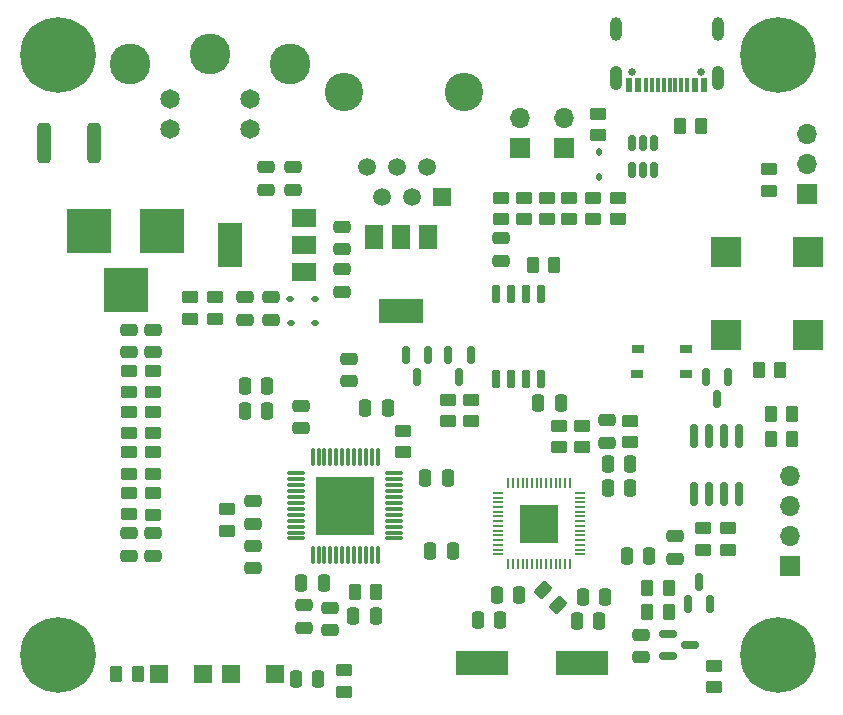
<source format=gbr>
%TF.GenerationSoftware,KiCad,Pcbnew,7.0.7-7.0.7~ubuntu23.04.1*%
%TF.CreationDate,2023-08-19T22:51:39+00:00*%
%TF.ProjectId,AMFOC01,414d464f-4330-4312-9e6b-696361645f70,rev?*%
%TF.SameCoordinates,Original*%
%TF.FileFunction,Soldermask,Top*%
%TF.FilePolarity,Negative*%
%FSLAX46Y46*%
G04 Gerber Fmt 4.6, Leading zero omitted, Abs format (unit mm)*
G04 Created by KiCad (PCBNEW 7.0.7-7.0.7~ubuntu23.04.1) date 2023-08-19 22:51:39*
%MOMM*%
%LPD*%
G01*
G04 APERTURE LIST*
G04 Aperture macros list*
%AMRoundRect*
0 Rectangle with rounded corners*
0 $1 Rounding radius*
0 $2 $3 $4 $5 $6 $7 $8 $9 X,Y pos of 4 corners*
0 Add a 4 corners polygon primitive as box body*
4,1,4,$2,$3,$4,$5,$6,$7,$8,$9,$2,$3,0*
0 Add four circle primitives for the rounded corners*
1,1,$1+$1,$2,$3*
1,1,$1+$1,$4,$5*
1,1,$1+$1,$6,$7*
1,1,$1+$1,$8,$9*
0 Add four rect primitives between the rounded corners*
20,1,$1+$1,$2,$3,$4,$5,0*
20,1,$1+$1,$4,$5,$6,$7,0*
20,1,$1+$1,$6,$7,$8,$9,0*
20,1,$1+$1,$8,$9,$2,$3,0*%
G04 Aperture macros list end*
%ADD10RoundRect,0.250000X-0.262500X-0.450000X0.262500X-0.450000X0.262500X0.450000X-0.262500X0.450000X0*%
%ADD11RoundRect,0.250000X0.450000X-0.262500X0.450000X0.262500X-0.450000X0.262500X-0.450000X-0.262500X0*%
%ADD12RoundRect,0.250000X-0.475000X0.250000X-0.475000X-0.250000X0.475000X-0.250000X0.475000X0.250000X0*%
%ADD13R,1.700000X1.700000*%
%ADD14O,1.700000X1.700000*%
%ADD15RoundRect,0.250000X-0.250000X-0.475000X0.250000X-0.475000X0.250000X0.475000X-0.250000X0.475000X0*%
%ADD16C,0.800000*%
%ADD17C,6.400000*%
%ADD18RoundRect,0.250000X-0.450000X0.262500X-0.450000X-0.262500X0.450000X-0.262500X0.450000X0.262500X0*%
%ADD19RoundRect,0.250000X0.250000X0.475000X-0.250000X0.475000X-0.250000X-0.475000X0.250000X-0.475000X0*%
%ADD20RoundRect,0.250000X0.475000X-0.250000X0.475000X0.250000X-0.475000X0.250000X-0.475000X-0.250000X0*%
%ADD21RoundRect,0.250000X0.262500X0.450000X-0.262500X0.450000X-0.262500X-0.450000X0.262500X-0.450000X0*%
%ADD22RoundRect,0.112500X0.187500X0.112500X-0.187500X0.112500X-0.187500X-0.112500X0.187500X-0.112500X0*%
%ADD23RoundRect,0.150000X0.150000X-0.587500X0.150000X0.587500X-0.150000X0.587500X-0.150000X-0.587500X0*%
%ADD24R,1.050000X0.650000*%
%ADD25RoundRect,0.250000X-0.503814X-0.132583X-0.132583X-0.503814X0.503814X0.132583X0.132583X0.503814X0*%
%ADD26RoundRect,0.150000X-0.587500X-0.150000X0.587500X-0.150000X0.587500X0.150000X-0.587500X0.150000X0*%
%ADD27C,3.250000*%
%ADD28R,1.520000X1.520000*%
%ADD29C,1.520000*%
%ADD30RoundRect,0.150000X-0.150000X0.587500X-0.150000X-0.587500X0.150000X-0.587500X0.150000X0.587500X0*%
%ADD31RoundRect,0.112500X-0.112500X0.187500X-0.112500X-0.187500X0.112500X-0.187500X0.112500X0.187500X0*%
%ADD32C,1.650000*%
%ADD33C,3.450000*%
%ADD34RoundRect,0.150000X-0.150000X0.825000X-0.150000X-0.825000X0.150000X-0.825000X0.150000X0.825000X0*%
%ADD35R,1.500000X1.500000*%
%ADD36R,1.500000X2.000000*%
%ADD37R,3.800000X2.000000*%
%ADD38RoundRect,0.250000X-0.312500X-1.450000X0.312500X-1.450000X0.312500X1.450000X-0.312500X1.450000X0*%
%ADD39RoundRect,0.075000X0.662500X0.075000X-0.662500X0.075000X-0.662500X-0.075000X0.662500X-0.075000X0*%
%ADD40RoundRect,0.075000X0.075000X0.662500X-0.075000X0.662500X-0.075000X-0.662500X0.075000X-0.662500X0*%
%ADD41R,5.000000X5.000000*%
%ADD42RoundRect,0.150000X0.150000X-0.512500X0.150000X0.512500X-0.150000X0.512500X-0.150000X-0.512500X0*%
%ADD43RoundRect,0.150000X-0.150000X0.650000X-0.150000X-0.650000X0.150000X-0.650000X0.150000X0.650000X0*%
%ADD44RoundRect,0.050000X-0.387500X-0.050000X0.387500X-0.050000X0.387500X0.050000X-0.387500X0.050000X0*%
%ADD45RoundRect,0.050000X-0.050000X-0.387500X0.050000X-0.387500X0.050000X0.387500X-0.050000X0.387500X0*%
%ADD46R,3.200000X3.200000*%
%ADD47R,2.500000X2.500000*%
%ADD48C,0.650000*%
%ADD49R,0.600000X1.150000*%
%ADD50R,0.300000X1.150000*%
%ADD51O,1.000000X2.000000*%
%ADD52O,1.050000X2.100000*%
%ADD53R,2.000000X1.500000*%
%ADD54R,2.000000X3.800000*%
%ADD55R,4.500000X2.000000*%
%ADD56R,3.810000X3.810000*%
G04 APERTURE END LIST*
D10*
%TO.C,R1*%
X57620000Y-10980000D03*
X59445000Y-10980000D03*
%TD*%
D11*
%TO.C,R19*%
X13020000Y-40442500D03*
X13020000Y-38617500D03*
%TD*%
D10*
%TO.C,R32*%
X54895000Y-52180000D03*
X56720000Y-52180000D03*
%TD*%
D12*
%TO.C,C7*%
X20820000Y-25480000D03*
X20820000Y-27380000D03*
%TD*%
D13*
%TO.C,J9*%
X47820000Y-12830000D03*
D14*
X47820000Y-10290000D03*
%TD*%
D12*
%TO.C,C1*%
X29020000Y-23130000D03*
X29020000Y-25030000D03*
%TD*%
D10*
%TO.C,R31*%
X65320000Y-37480000D03*
X67145000Y-37480000D03*
%TD*%
D15*
%TO.C,C24*%
X25120000Y-57780000D03*
X27020000Y-57780000D03*
%TD*%
D11*
%TO.C,R12*%
X59620000Y-46880000D03*
X59620000Y-45055000D03*
%TD*%
D16*
%TO.C,H4*%
X63540000Y-4980000D03*
X64242944Y-3282944D03*
X64242944Y-6677056D03*
X65940000Y-2580000D03*
D17*
X65940000Y-4980000D03*
D16*
X65940000Y-7380000D03*
X67637056Y-3282944D03*
X67637056Y-6677056D03*
X68340000Y-4980000D03*
%TD*%
D15*
%TO.C,C17*%
X45670000Y-34480000D03*
X47570000Y-34480000D03*
%TD*%
D18*
%TO.C,R3*%
X53450000Y-35945000D03*
X53450000Y-37770000D03*
%TD*%
%TO.C,R38*%
X50270000Y-17055000D03*
X50270000Y-18880000D03*
%TD*%
D10*
%TO.C,R34*%
X30100000Y-50460000D03*
X31925000Y-50460000D03*
%TD*%
D18*
%TO.C,R16*%
X29220000Y-57080000D03*
X29220000Y-58905000D03*
%TD*%
D19*
%TO.C,C28*%
X27500000Y-49660000D03*
X25600000Y-49660000D03*
%TD*%
D20*
%TO.C,C13*%
X29620000Y-32580000D03*
X29620000Y-30680000D03*
%TD*%
D11*
%TO.C,R39*%
X52370000Y-18880000D03*
X52370000Y-17055000D03*
%TD*%
%TO.C,R29*%
X37970000Y-35980000D03*
X37970000Y-34155000D03*
%TD*%
D21*
%TO.C,R9*%
X11732500Y-57380000D03*
X9907500Y-57380000D03*
%TD*%
D18*
%TO.C,R18*%
X13020000Y-35180000D03*
X13020000Y-37005000D03*
%TD*%
D21*
%TO.C,R4*%
X47020000Y-22780000D03*
X45195000Y-22780000D03*
%TD*%
D15*
%TO.C,C6*%
X49400000Y-50850000D03*
X51300000Y-50850000D03*
%TD*%
D22*
%TO.C,D3*%
X26770000Y-25680000D03*
X24670000Y-25680000D03*
%TD*%
D12*
%TO.C,C30*%
X10970000Y-45480000D03*
X10970000Y-47380000D03*
%TD*%
D11*
%TO.C,R17*%
X48270000Y-18892500D03*
X48270000Y-17067500D03*
%TD*%
%TO.C,R22*%
X13020000Y-43892500D03*
X13020000Y-42067500D03*
%TD*%
D12*
%TO.C,C23*%
X28020000Y-51780000D03*
X28020000Y-53680000D03*
%TD*%
D18*
%TO.C,R14*%
X18320000Y-25480000D03*
X18320000Y-27305000D03*
%TD*%
D20*
%TO.C,C25*%
X13020000Y-30130000D03*
X13020000Y-28230000D03*
%TD*%
D22*
%TO.C,D5*%
X26790000Y-27690000D03*
X24690000Y-27690000D03*
%TD*%
D23*
%TO.C,Q5*%
X58320000Y-51480000D03*
X60220000Y-51480000D03*
X59270000Y-49605000D03*
%TD*%
D19*
%TO.C,C15*%
X38420000Y-46980000D03*
X36520000Y-46980000D03*
%TD*%
D24*
%TO.C,SW1*%
X58195000Y-32010000D03*
X54045000Y-32010000D03*
X58195000Y-29860000D03*
X54070000Y-29860000D03*
%TD*%
D18*
%TO.C,R5*%
X47400000Y-36367500D03*
X47400000Y-38192500D03*
%TD*%
D12*
%TO.C,C32*%
X25820000Y-51580000D03*
X25820000Y-53480000D03*
%TD*%
D25*
%TO.C,R7*%
X46070000Y-50250000D03*
X47360470Y-51540470D03*
%TD*%
D10*
%TO.C,R33*%
X54895000Y-50080000D03*
X56720000Y-50080000D03*
%TD*%
%TO.C,R11*%
X64320000Y-31680000D03*
X66145000Y-31680000D03*
%TD*%
D18*
%TO.C,R6*%
X49380000Y-36375000D03*
X49380000Y-38200000D03*
%TD*%
D12*
%TO.C,C20*%
X57200000Y-45710000D03*
X57200000Y-47610000D03*
%TD*%
D15*
%TO.C,C16*%
X53150000Y-47360000D03*
X55050000Y-47360000D03*
%TD*%
D12*
%TO.C,C21*%
X54320000Y-54080000D03*
X54320000Y-55980000D03*
%TD*%
D26*
%TO.C,Q4*%
X56620000Y-53980000D03*
X56620000Y-55880000D03*
X58495000Y-54930000D03*
%TD*%
D20*
%TO.C,C4*%
X22620000Y-16380000D03*
X22620000Y-14480000D03*
%TD*%
D27*
%TO.C,J6*%
X39380000Y-8080000D03*
X29220000Y-8080000D03*
D28*
X37470000Y-16970000D03*
D29*
X36200000Y-14430000D03*
X34930000Y-16970000D03*
X33660000Y-14430000D03*
X32390000Y-16970000D03*
X31120000Y-14430000D03*
%TD*%
D18*
%TO.C,R25*%
X10970000Y-31717500D03*
X10970000Y-33542500D03*
%TD*%
%TO.C,R21*%
X13020000Y-31717500D03*
X13020000Y-33542500D03*
%TD*%
D30*
%TO.C,Q3*%
X36320000Y-30380000D03*
X34420000Y-30380000D03*
X35370000Y-32255000D03*
%TD*%
D31*
%TO.C,D2*%
X50770000Y-13230000D03*
X50770000Y-15330000D03*
%TD*%
D32*
%TO.C,J12*%
X21270000Y-11229492D03*
X14470000Y-11229492D03*
X21270000Y-8729492D03*
X14470000Y-8729492D03*
D33*
X24620000Y-5729492D03*
X17870000Y-4929492D03*
X11120000Y-5729492D03*
%TD*%
D15*
%TO.C,C9*%
X42160000Y-50730000D03*
X44060000Y-50730000D03*
%TD*%
D30*
%TO.C,Q1*%
X61720000Y-32205000D03*
X59820000Y-32205000D03*
X60770000Y-34080000D03*
%TD*%
D11*
%TO.C,R24*%
X10970000Y-40442500D03*
X10970000Y-38617500D03*
%TD*%
D34*
%TO.C,U6*%
X62690000Y-37230000D03*
X61420000Y-37230000D03*
X60150000Y-37230000D03*
X58880000Y-37230000D03*
X58880000Y-42180000D03*
X60150000Y-42180000D03*
X61420000Y-42180000D03*
X62690000Y-42180000D03*
%TD*%
D35*
%TO.C,D1*%
X17307500Y-57380000D03*
X13547500Y-57380000D03*
%TD*%
D20*
%TO.C,C27*%
X21520000Y-48430000D03*
X21520000Y-46530000D03*
%TD*%
D12*
%TO.C,C11*%
X23020000Y-25480000D03*
X23020000Y-27380000D03*
%TD*%
D19*
%TO.C,C19*%
X22720000Y-32980000D03*
X20820000Y-32980000D03*
%TD*%
D36*
%TO.C,U1*%
X36320000Y-20380000D03*
X34020000Y-20380000D03*
D37*
X34020000Y-26680000D03*
D36*
X31720000Y-20380000D03*
%TD*%
D38*
%TO.C,F1*%
X3800000Y-12400000D03*
X8075000Y-12400000D03*
%TD*%
D39*
%TO.C,U7*%
X33462500Y-45910000D03*
X33462500Y-45410000D03*
X33462500Y-44910000D03*
X33462500Y-44410000D03*
X33462500Y-43910000D03*
X33462500Y-43410000D03*
X33462500Y-42910000D03*
X33462500Y-42410000D03*
X33462500Y-41910000D03*
X33462500Y-41410000D03*
X33462500Y-40910000D03*
X33462500Y-40410000D03*
D40*
X32050000Y-38997500D03*
X31550000Y-38997500D03*
X31050000Y-38997500D03*
X30550000Y-38997500D03*
X30050000Y-38997500D03*
X29550000Y-38997500D03*
X29050000Y-38997500D03*
X28550000Y-38997500D03*
X28050000Y-38997500D03*
X27550000Y-38997500D03*
X27050000Y-38997500D03*
X26550000Y-38997500D03*
D39*
X25137500Y-40410000D03*
X25137500Y-40910000D03*
X25137500Y-41410000D03*
X25137500Y-41910000D03*
X25137500Y-42410000D03*
X25137500Y-42910000D03*
X25137500Y-43410000D03*
X25137500Y-43910000D03*
X25137500Y-44410000D03*
X25137500Y-44910000D03*
X25137500Y-45410000D03*
X25137500Y-45910000D03*
D40*
X26550000Y-47322500D03*
X27050000Y-47322500D03*
X27550000Y-47322500D03*
X28050000Y-47322500D03*
X28550000Y-47322500D03*
X29050000Y-47322500D03*
X29550000Y-47322500D03*
X30050000Y-47322500D03*
X30550000Y-47322500D03*
X31050000Y-47322500D03*
X31550000Y-47322500D03*
X32050000Y-47322500D03*
D41*
X29300000Y-43160000D03*
%TD*%
D11*
%TO.C,R26*%
X10970000Y-43880000D03*
X10970000Y-42055000D03*
%TD*%
D12*
%TO.C,C36*%
X42520000Y-20480000D03*
X42520000Y-22380000D03*
%TD*%
D42*
%TO.C,U2*%
X53570000Y-14736992D03*
X54520000Y-14736992D03*
X55470000Y-14736992D03*
X55470000Y-12461992D03*
X54520000Y-12461992D03*
X53570000Y-12461992D03*
%TD*%
D20*
%TO.C,C31*%
X21520000Y-44660000D03*
X21520000Y-42760000D03*
%TD*%
%TO.C,C3*%
X24920000Y-16380000D03*
X24920000Y-14480000D03*
%TD*%
%TO.C,C35*%
X25570000Y-36580000D03*
X25570000Y-34680000D03*
%TD*%
D11*
%TO.C,R13*%
X65220000Y-16480000D03*
X65220000Y-14655000D03*
%TD*%
D13*
%TO.C,J7*%
X68420000Y-16780000D03*
D14*
X68420000Y-14240000D03*
X68420000Y-11700000D03*
%TD*%
D19*
%TO.C,C10*%
X50820000Y-52880000D03*
X48920000Y-52880000D03*
%TD*%
D20*
%TO.C,C2*%
X29020000Y-21430000D03*
X29020000Y-19530000D03*
%TD*%
D43*
%TO.C,U4*%
X45925000Y-25180000D03*
X44655000Y-25180000D03*
X43385000Y-25180000D03*
X42115000Y-25180000D03*
X42115000Y-32380000D03*
X43385000Y-32380000D03*
X44655000Y-32380000D03*
X45925000Y-32380000D03*
%TD*%
D11*
%TO.C,R28*%
X39970000Y-35980000D03*
X39970000Y-34155000D03*
%TD*%
D18*
%TO.C,R37*%
X42520000Y-17055000D03*
X42520000Y-18880000D03*
%TD*%
%TO.C,R2*%
X50720000Y-9967500D03*
X50720000Y-11792500D03*
%TD*%
D30*
%TO.C,Q2*%
X39920000Y-30355000D03*
X38020000Y-30355000D03*
X38970000Y-32230000D03*
%TD*%
D44*
%TO.C,U5*%
X42282500Y-42050000D03*
X42282500Y-42450000D03*
X42282500Y-42850000D03*
X42282500Y-43250000D03*
X42282500Y-43650000D03*
X42282500Y-44050000D03*
X42282500Y-44450000D03*
X42282500Y-44850000D03*
X42282500Y-45250000D03*
X42282500Y-45650000D03*
X42282500Y-46050000D03*
X42282500Y-46450000D03*
X42282500Y-46850000D03*
X42282500Y-47250000D03*
D45*
X43120000Y-48087500D03*
X43520000Y-48087500D03*
X43920000Y-48087500D03*
X44320000Y-48087500D03*
X44720000Y-48087500D03*
X45120000Y-48087500D03*
X45520000Y-48087500D03*
X45920000Y-48087500D03*
X46320000Y-48087500D03*
X46720000Y-48087500D03*
X47120000Y-48087500D03*
X47520000Y-48087500D03*
X47920000Y-48087500D03*
X48320000Y-48087500D03*
D44*
X49157500Y-47250000D03*
X49157500Y-46850000D03*
X49157500Y-46450000D03*
X49157500Y-46050000D03*
X49157500Y-45650000D03*
X49157500Y-45250000D03*
X49157500Y-44850000D03*
X49157500Y-44450000D03*
X49157500Y-44050000D03*
X49157500Y-43650000D03*
X49157500Y-43250000D03*
X49157500Y-42850000D03*
X49157500Y-42450000D03*
X49157500Y-42050000D03*
D45*
X48320000Y-41212500D03*
X47920000Y-41212500D03*
X47520000Y-41212500D03*
X47120000Y-41212500D03*
X46720000Y-41212500D03*
X46320000Y-41212500D03*
X45920000Y-41212500D03*
X45520000Y-41212500D03*
X45120000Y-41212500D03*
X44720000Y-41212500D03*
X44320000Y-41212500D03*
X43920000Y-41212500D03*
X43520000Y-41212500D03*
X43120000Y-41212500D03*
D46*
X45720000Y-44650000D03*
%TD*%
D15*
%TO.C,C18*%
X36070000Y-40780000D03*
X37970000Y-40780000D03*
%TD*%
D11*
%TO.C,R20*%
X46370000Y-18892500D03*
X46370000Y-17067500D03*
%TD*%
D15*
%TO.C,C12*%
X51530000Y-39620000D03*
X53430000Y-39620000D03*
%TD*%
D11*
%TO.C,R27*%
X19320000Y-45280000D03*
X19320000Y-43455000D03*
%TD*%
D13*
%TO.C,J11*%
X67000000Y-48260000D03*
D14*
X67000000Y-45720000D03*
X67000000Y-43180000D03*
X67000000Y-40640000D03*
%TD*%
D12*
%TO.C,C26*%
X13020000Y-45480000D03*
X13020000Y-47380000D03*
%TD*%
D47*
%TO.C,BZ1*%
X68520000Y-28680000D03*
X68520000Y-21680000D03*
X61520000Y-21680000D03*
X61520000Y-28680000D03*
%TD*%
D48*
%TO.C,J2*%
X59410000Y-6460000D03*
X53630000Y-6460000D03*
D49*
X59720000Y-7535000D03*
X58920000Y-7535000D03*
D50*
X57770000Y-7535000D03*
X56770000Y-7535000D03*
X56270000Y-7535000D03*
X55270000Y-7535000D03*
D49*
X53320000Y-7535000D03*
X54120000Y-7535000D03*
D50*
X54770000Y-7535000D03*
X55770000Y-7535000D03*
X57270000Y-7535000D03*
X58270000Y-7535000D03*
D51*
X60840000Y-2780000D03*
X52200000Y-2780000D03*
D52*
X60840000Y-6960000D03*
X52200000Y-6960000D03*
%TD*%
D16*
%TO.C,H3*%
X2580000Y-4980000D03*
X3282944Y-3282944D03*
X3282944Y-6677056D03*
X4980000Y-2580000D03*
D17*
X4980000Y-4980000D03*
D16*
X4980000Y-7380000D03*
X6677056Y-3282944D03*
X6677056Y-6677056D03*
X7380000Y-4980000D03*
%TD*%
D20*
%TO.C,C8*%
X51430000Y-37800000D03*
X51430000Y-35900000D03*
%TD*%
D11*
%TO.C,R10*%
X61720000Y-46880000D03*
X61720000Y-45055000D03*
%TD*%
D13*
%TO.C,J10*%
X44120000Y-12830000D03*
D14*
X44120000Y-10290000D03*
%TD*%
D11*
%TO.C,R8*%
X44470000Y-18880000D03*
X44470000Y-17055000D03*
%TD*%
D15*
%TO.C,C14*%
X51550000Y-41680000D03*
X53450000Y-41680000D03*
%TD*%
D19*
%TO.C,C34*%
X32920000Y-34880000D03*
X31020000Y-34880000D03*
%TD*%
D20*
%TO.C,C29*%
X10970000Y-30130000D03*
X10970000Y-28230000D03*
%TD*%
D53*
%TO.C,U3*%
X25820000Y-23380000D03*
X25820000Y-21080000D03*
D54*
X19520000Y-21080000D03*
D53*
X25820000Y-18780000D03*
%TD*%
D15*
%TO.C,C33*%
X30000000Y-52460000D03*
X31900000Y-52460000D03*
%TD*%
D11*
%TO.C,R36*%
X60520000Y-58505000D03*
X60520000Y-56680000D03*
%TD*%
D16*
%TO.C,H2*%
X2580000Y-55780000D03*
X3282944Y-54082944D03*
X3282944Y-57477056D03*
X4980000Y-53380000D03*
D17*
X4980000Y-55780000D03*
D16*
X4980000Y-58180000D03*
X6677056Y-54082944D03*
X6677056Y-57477056D03*
X7380000Y-55780000D03*
%TD*%
D55*
%TO.C,Y1*%
X49350000Y-56460000D03*
X40850000Y-56460000D03*
%TD*%
D18*
%TO.C,R23*%
X10970000Y-35180000D03*
X10970000Y-37005000D03*
%TD*%
D56*
%TO.C,J1*%
X13810000Y-19900000D03*
X7610000Y-19900000D03*
X10710000Y-24900000D03*
%TD*%
D11*
%TO.C,R35*%
X34220000Y-38605000D03*
X34220000Y-36780000D03*
%TD*%
D15*
%TO.C,C22*%
X40520000Y-52780000D03*
X42420000Y-52780000D03*
%TD*%
D16*
%TO.C,H1*%
X63540000Y-55780000D03*
X64242944Y-54082944D03*
X64242944Y-57477056D03*
X65940000Y-53380000D03*
D17*
X65940000Y-55780000D03*
D16*
X65940000Y-58180000D03*
X67637056Y-54082944D03*
X67637056Y-57477056D03*
X68340000Y-55780000D03*
%TD*%
D19*
%TO.C,C5*%
X22720000Y-35080000D03*
X20820000Y-35080000D03*
%TD*%
D35*
%TO.C,D4*%
X23380000Y-57380000D03*
X19620000Y-57380000D03*
%TD*%
D10*
%TO.C,R30*%
X65320000Y-35380000D03*
X67145000Y-35380000D03*
%TD*%
D11*
%TO.C,R15*%
X16200000Y-27322500D03*
X16200000Y-25497500D03*
%TD*%
M02*

</source>
